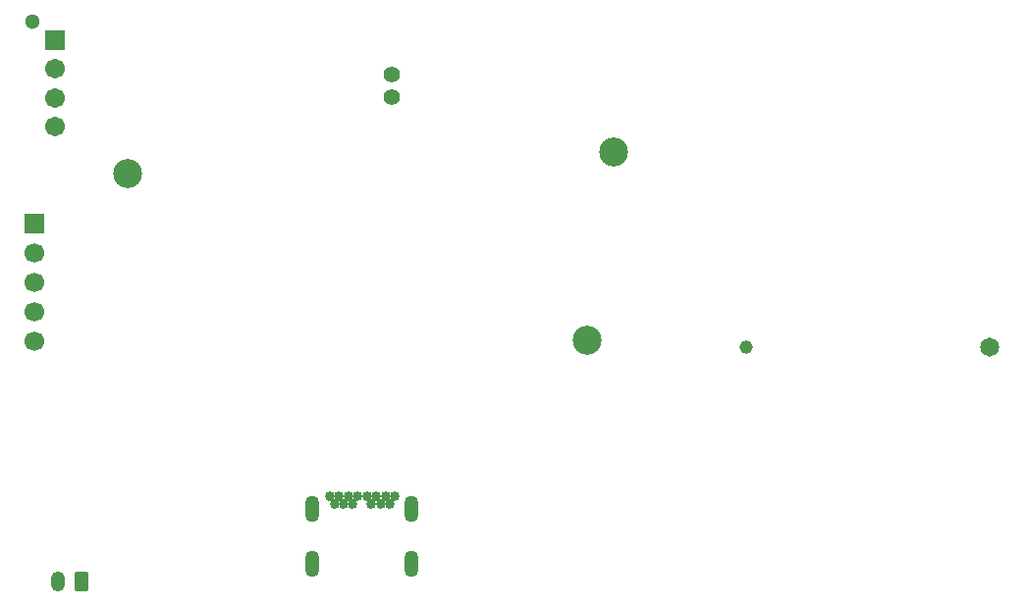
<source format=gbs>
%TF.GenerationSoftware,KiCad,Pcbnew,9.0.3*%
%TF.CreationDate,2025-09-24T14:43:00+05:30*%
%TF.ProjectId,esp_32,6573705f-3332-42e6-9b69-6361645f7063,rev?*%
%TF.SameCoordinates,Original*%
%TF.FileFunction,Soldermask,Bot*%
%TF.FilePolarity,Negative*%
%FSLAX46Y46*%
G04 Gerber Fmt 4.6, Leading zero omitted, Abs format (unit mm)*
G04 Created by KiCad (PCBNEW 9.0.3) date 2025-09-24 14:43:00*
%MOMM*%
%LPD*%
G01*
G04 APERTURE LIST*
G04 Aperture macros list*
%AMRoundRect*
0 Rectangle with rounded corners*
0 $1 Rounding radius*
0 $2 $3 $4 $5 $6 $7 $8 $9 X,Y pos of 4 corners*
0 Add a 4 corners polygon primitive as box body*
4,1,4,$2,$3,$4,$5,$6,$7,$8,$9,$2,$3,0*
0 Add four circle primitives for the rounded corners*
1,1,$1+$1,$2,$3*
1,1,$1+$1,$4,$5*
1,1,$1+$1,$6,$7*
1,1,$1+$1,$8,$9*
0 Add four rect primitives between the rounded corners*
20,1,$1+$1,$2,$3,$4,$5,0*
20,1,$1+$1,$4,$5,$6,$7,0*
20,1,$1+$1,$6,$7,$8,$9,0*
20,1,$1+$1,$8,$9,$2,$3,0*%
G04 Aperture macros list end*
%ADD10RoundRect,0.250000X0.350000X0.625000X-0.350000X0.625000X-0.350000X-0.625000X0.350000X-0.625000X0*%
%ADD11O,1.200000X1.750000*%
%ADD12C,2.500000*%
%ADD13C,1.300000*%
%ADD14RoundRect,0.102000X0.754000X-0.754000X0.754000X0.754000X-0.754000X0.754000X-0.754000X-0.754000X0*%
%ADD15C,1.712000*%
%ADD16C,0.854000*%
%ADD17O,1.254000X2.304000*%
%ADD18C,1.412000*%
%ADD19R,1.700000X1.700000*%
%ADD20C,1.700000*%
%ADD21C,1.150000*%
%ADD22C,1.650000*%
G04 APERTURE END LIST*
D10*
%TO.C,J5*%
X115750000Y-133750000D03*
D11*
X113750000Y-133750000D03*
%TD*%
D12*
%TO.C,REF\u002A\u002A*%
X119750000Y-98500000D03*
%TD*%
%TO.C,REF\u002A\u002A*%
X159400000Y-112950000D03*
%TD*%
D13*
%TO.C,J4*%
X111500000Y-85400000D03*
D14*
X113500000Y-87000000D03*
D15*
X113500000Y-89500000D03*
X113500000Y-92000000D03*
X113500000Y-94500000D03*
%TD*%
D16*
%TO.C,J1*%
X142780000Y-126350000D03*
X142380000Y-127060000D03*
X141580000Y-127060000D03*
X141180000Y-126350000D03*
X140780000Y-127060000D03*
X140380000Y-126350000D03*
X139580000Y-126350000D03*
X139180000Y-127060000D03*
X138780000Y-126350000D03*
X138380000Y-127060000D03*
X137580000Y-127060000D03*
X137180000Y-126350000D03*
X141980000Y-126350000D03*
X137980000Y-126350000D03*
D17*
X135710000Y-127500000D03*
X144250000Y-127500000D03*
X135710000Y-132230000D03*
X144250000Y-132230000D03*
%TD*%
D18*
%TO.C,MK1*%
X142557500Y-89990000D03*
X142557500Y-91890000D03*
%TD*%
D12*
%TO.C,REF\u002A\u002A*%
X161650000Y-96700000D03*
%TD*%
D19*
%TO.C,J6*%
X111750000Y-102880000D03*
D20*
X111750000Y-105420000D03*
X111750000Y-107960000D03*
X111750000Y-110500000D03*
X111750000Y-113040000D03*
%TD*%
D21*
%TO.C,J3*%
X173125000Y-113550000D03*
D22*
X194125000Y-113550000D03*
%TD*%
M02*

</source>
